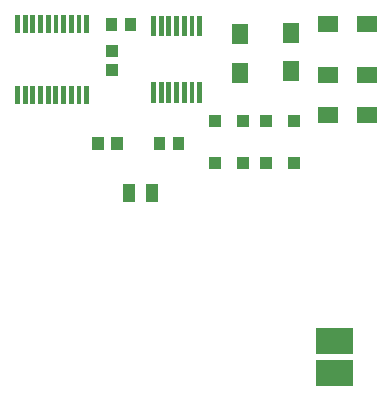
<source format=gtp>
G04 Layer: TopPasteMaskLayer*
G04 EasyEDA v6.4.19.5, 2021-04-12T03:21:25--4:00*
G04 ad942acca2a341ffa4797dcae338b01a,05d11dc960ce418289d66d82dd1de79a,10*
G04 Gerber Generator version 0.2*
G04 Scale: 100 percent, Rotated: No, Reflected: No *
G04 Dimensions in millimeters *
G04 leading zeros omitted , absolute positions ,4 integer and 5 decimal *
%FSLAX45Y45*%
%MOMM*%

%ADD12R,1.0000X1.0000*%
%ADD16R,1.8161X1.3589*%
%ADD17R,1.3589X1.8161*%
%ADD19R,1.1000X1.0000*%

%LPD*%
D12*
G01*
X3637892Y5207000D03*
G01*
X3397912Y5207000D03*
G01*
X3206092Y5207000D03*
G01*
X2966112Y5207000D03*
G01*
X3206092Y4851400D03*
G01*
X2966112Y4851400D03*
G01*
X3637892Y4851400D03*
G01*
X3397912Y4851400D03*
G36*
X1534998Y5502287D02*
G01*
X1574977Y5502287D01*
X1574977Y5352935D01*
X1534998Y5352935D01*
G37*
G36*
X1599869Y5502287D02*
G01*
X1639849Y5502287D01*
X1639849Y5352935D01*
X1599869Y5352935D01*
G37*
G36*
X1664995Y5502287D02*
G01*
X1704975Y5502287D01*
X1704975Y5352935D01*
X1664995Y5352935D01*
G37*
G36*
X1729994Y5502287D02*
G01*
X1769973Y5502287D01*
X1769973Y5352935D01*
X1729994Y5352935D01*
G37*
G36*
X1340027Y6101981D02*
G01*
X1380007Y6101981D01*
X1380007Y5952629D01*
X1340027Y5952629D01*
G37*
G36*
X1340002Y5502287D02*
G01*
X1380007Y5502287D01*
X1380007Y5352935D01*
X1340002Y5352935D01*
G37*
G36*
X1405001Y5502287D02*
G01*
X1445005Y5502287D01*
X1445005Y5352935D01*
X1405001Y5352935D01*
G37*
G36*
X1469999Y5502287D02*
G01*
X1510004Y5502287D01*
X1510004Y5352935D01*
X1469999Y5352935D01*
G37*
G36*
X1794992Y6102489D02*
G01*
X1834997Y6102489D01*
X1834997Y5953137D01*
X1794992Y5953137D01*
G37*
G36*
X1729994Y6102489D02*
G01*
X1769998Y6102489D01*
X1769998Y5953137D01*
X1729994Y5953137D01*
G37*
G36*
X1664995Y6102489D02*
G01*
X1705000Y6102489D01*
X1705000Y5953137D01*
X1664995Y5953137D01*
G37*
G36*
X1599996Y6102489D02*
G01*
X1640001Y6102489D01*
X1640001Y5953137D01*
X1599996Y5953137D01*
G37*
G36*
X1534998Y6102489D02*
G01*
X1575003Y6102489D01*
X1575003Y5953137D01*
X1534998Y5953137D01*
G37*
G36*
X1469999Y6102489D02*
G01*
X1510004Y6102489D01*
X1510004Y5953137D01*
X1469999Y5953137D01*
G37*
G36*
X1794992Y5502287D02*
G01*
X1834972Y5502287D01*
X1834972Y5352935D01*
X1794992Y5352935D01*
G37*
G36*
X1405001Y6101981D02*
G01*
X1445005Y6101981D01*
X1445005Y5952629D01*
X1405001Y5952629D01*
G37*
G36*
X1275003Y5502262D02*
G01*
X1314983Y5502262D01*
X1314983Y5352910D01*
X1275003Y5352910D01*
G37*
G36*
X1859991Y5502287D02*
G01*
X1899970Y5502287D01*
X1899970Y5352935D01*
X1859991Y5352935D01*
G37*
G36*
X1859991Y6102489D02*
G01*
X1899996Y6102489D01*
X1899996Y5953137D01*
X1859991Y5953137D01*
G37*
G36*
X1275003Y6102489D02*
G01*
X1314983Y6102489D01*
X1314983Y5953137D01*
X1275003Y5953137D01*
G37*
G36*
X2386799Y4674900D02*
G01*
X2486799Y4674900D01*
X2486799Y4519899D01*
X2386799Y4519899D01*
G37*
G36*
X2186800Y4674900D02*
G01*
X2286800Y4674900D01*
X2286800Y4519899D01*
X2186800Y4519899D01*
G37*
G36*
X2426604Y5532691D02*
G01*
X2466604Y5532691D01*
X2466604Y5362689D01*
X2426604Y5362689D01*
G37*
G36*
X2491602Y5532691D02*
G01*
X2531602Y5532691D01*
X2531602Y5362689D01*
X2491602Y5362689D01*
G37*
G36*
X2556601Y5532691D02*
G01*
X2596601Y5532691D01*
X2596601Y5362689D01*
X2556601Y5362689D01*
G37*
G36*
X2621600Y5532691D02*
G01*
X2661599Y5532691D01*
X2661599Y5362689D01*
X2621600Y5362689D01*
G37*
G36*
X2686598Y5532691D02*
G01*
X2726598Y5532691D01*
X2726598Y5362689D01*
X2686598Y5362689D01*
G37*
G36*
X2751597Y5532691D02*
G01*
X2791597Y5532691D01*
X2791597Y5362689D01*
X2751597Y5362689D01*
G37*
G36*
X2816595Y5532691D02*
G01*
X2856595Y5532691D01*
X2856595Y5362689D01*
X2816595Y5362689D01*
G37*
G36*
X2816595Y6092710D02*
G01*
X2856595Y6092710D01*
X2856595Y5922708D01*
X2816595Y5922708D01*
G37*
G36*
X2751597Y6092710D02*
G01*
X2791597Y6092710D01*
X2791597Y5922708D01*
X2751597Y5922708D01*
G37*
G36*
X2686598Y6092710D02*
G01*
X2726598Y6092710D01*
X2726598Y5922708D01*
X2686598Y5922708D01*
G37*
G36*
X2621600Y6092710D02*
G01*
X2661599Y6092710D01*
X2661599Y5922708D01*
X2621600Y5922708D01*
G37*
G36*
X2556601Y6092710D02*
G01*
X2596601Y6092710D01*
X2596601Y5922708D01*
X2556601Y5922708D01*
G37*
G36*
X2491602Y6092710D02*
G01*
X2531602Y6092710D01*
X2531602Y5922708D01*
X2491602Y5922708D01*
G37*
G36*
X2426604Y6092710D02*
G01*
X2466604Y6092710D01*
X2466604Y5922708D01*
X2426604Y5922708D01*
G37*
D16*
G01*
X3924300Y6029960D03*
G01*
X4251959Y6029960D03*
G01*
X3924300Y5255260D03*
G01*
X4251959Y5255260D03*
D17*
G01*
X3609340Y5626100D03*
G01*
X3609340Y5953760D03*
G01*
X3177540Y5613400D03*
G01*
X3177540Y5941060D03*
D16*
G01*
X3924300Y5598160D03*
G01*
X4251959Y5598160D03*
G36*
X2201707Y6074801D02*
G01*
X2301707Y6074801D01*
X2301707Y5964798D01*
X2201707Y5964798D01*
G37*
G36*
X2041707Y6074801D02*
G01*
X2141707Y6074801D01*
X2141707Y5964798D01*
X2041707Y5964798D01*
G37*
D19*
G01*
X2095500Y5635005D03*
G01*
X2095500Y5794999D03*
G36*
X2608107Y5071501D02*
G01*
X2708107Y5071501D01*
X2708107Y4961498D01*
X2608107Y4961498D01*
G37*
G36*
X2448107Y5071501D02*
G01*
X2548107Y5071501D01*
X2548107Y4961498D01*
X2448107Y4961498D01*
G37*
G36*
X2087407Y5071501D02*
G01*
X2187407Y5071501D01*
X2187407Y4961498D01*
X2087407Y4961498D01*
G37*
G36*
X1927407Y5071501D02*
G01*
X2027407Y5071501D01*
X2027407Y4961498D01*
X1927407Y4961498D01*
G37*
G36*
X3825290Y2966593D02*
G01*
X3825290Y3186607D01*
X4135297Y3186607D01*
X4135297Y2966593D01*
G37*
G36*
X3825290Y3236595D02*
G01*
X3825290Y3456609D01*
X4135297Y3456609D01*
X4135297Y3236595D01*
G37*
M02*

</source>
